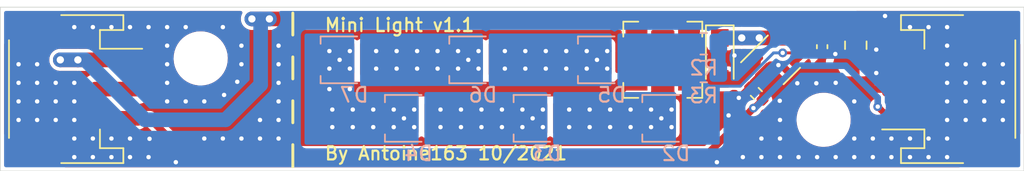
<source format=kicad_pcb>
(kicad_pcb (version 20211014) (generator pcbnew)
  (title_block (title "Mini Light") (date "2021-10-08") (rev "v1.1") (company "Antoine163"))
  (layers (0 "F.Cu" signal) (31 "B.Cu" signal) (34 "B.Paste" user) (35 "F.Paste" user) (37 "F.SilkS" user "F.Silkscreen") (38 "B.Mask" user) (39 "F.Mask" user) (44 "Edge.Cuts" user))
  (net 0 "")
  (net 1 "+12V")
  (net 2 "GND")
  (net 3 "Net-(D1-Pad2)")
  (net 4 "Net-(D2-Pad1)")
  (net 5 "Net-(D3-Pad1)")
  (net 6 "Net-(D2-Pad2)")
  (net 7 "Net-(D5-Pad1)")
  (net 8 "Net-(D6-Pad1)")
  (net 9 "Ctrl")
  (net 10 "Net-(D4-Pad1)")
  (footprint "Resistor_SMD:R_0402_1005Metric_Pad0.72x0.64mm_HandSolder" (layer "F.Cu") (at 136.8 100.3 -45)
    (fp_text reference "R1" hide)
    (fp_text value "470K")
    (fp_line (start -0.167621 0.38) (end 0.167621 0.38) (layer "F.SilkS") (width 0.12))
    (fp_line (start -0.167621 -0.38) (end 0.167621 -0.38) (layer "F.SilkS") (width 0.12))
    (pad "1" smd roundrect locked (at -0.5975 0 315) (size 0.715 0.64) (layers "F.Cu" "F.Paste" "F.Mask") (net 2 "GND"))
    (pad "2" smd roundrect locked (at 0.5975 0 315) (size 0.715 0.64) (layers "F.Cu" "F.Paste" "F.Mask") (net 9 "Ctrl"))
  )
  (footprint "Package_TO_SOT_SMD:TSOT-23-5" (layer "F.Cu") (at 138.123915 98 45)
    (fp_text reference "U1" hide)
    (fp_text value "AL8860WT-7")
    (fp_line (start 0 1.56) (end 0.8 1.56) (layer "F.SilkS") (width 0.12))
    (fp_line (start 0 1.56) (end -0.8 1.56) (layer "F.SilkS") (width 0.12))
    (fp_line (start 0 -1.56) (end -1.8 -1.56) (layer "F.SilkS") (width 0.12))
    (fp_line (start 0 -1.56) (end 0.8 -1.56) (layer "F.SilkS") (width 0.12))
    (pad "1" smd roundrect locked (at -1.1375 -0.95 45) (size 1.325 0.6) (layers "F.Cu" "F.Paste" "F.Mask") (net 3 "Net-(D1-Pad2)"))
    (pad "2" smd roundrect locked (at -1.1375 0 45) (size 1.325 0.6) (layers "F.Cu" "F.Paste" "F.Mask") (net 2 "GND"))
    (pad "3" smd roundrect locked (at -1.1375 0.95 45) (size 1.325 0.6) (layers "F.Cu" "F.Paste" "F.Mask") (net 9 "Ctrl"))
    (pad "4" smd roundrect locked (at 1.1375 0.95 45) (size 1.325 0.6) (layers "F.Cu" "F.Paste" "F.Mask") (net 6 "Net-(D2-Pad2)"))
    (pad "5" smd roundrect locked (at 1.1375 -0.95 45) (size 1.325 0.6) (layers "F.Cu" "F.Paste" "F.Mask") (net 1 "+12V"))
  )
  (footprint "MountingHole:MountingHole_3.2mm_M3" (layer "F.Cu") (at 141.4 102.1)
    (fp_text reference "H1" hide)
    (fp_text value "MountingHole")
    (pad "" np_thru_hole circle locked (at 0 0) (size 3.2 3.2) (drill 3.2) (layers *.Cu *.Mask))
  )
  (footprint "Diode_SMD:Nexperia_CFP3_SOD-123W" (layer "F.Cu") (at 134.3 97.9 -90)
    (fp_text reference "D1" hide)
    (fp_text value "PMEG40T10ERX")
    (fp_line (start -2.26 -0.95) (end 1.4 -0.95) (layer "F.SilkS") (width 0.12))
    (fp_line (start -2.26 -0.95) (end -2.26 0.95) (layer "F.SilkS") (width 0.12))
    (fp_line (start -2.26 0.95) (end 1.4 0.95) (layer "F.SilkS") (width 0.12))
    (pad "1" smd rect locked (at -1.4 0 270) (size 1.2 1.2) (layers "F.Cu" "F.Paste" "F.Mask") (net 1 "+12V"))
    (pad "2" smd rect locked (at 1.4 0 270) (size 1.2 1.2) (layers "F.Cu" "F.Paste" "F.Mask") (net 3 "Net-(D1-Pad2)"))
  )
  (footprint "Connector_JST:JST_PH_S3B-PH-SM4-TB_1x03-1MP_P2.00mm_Horizontal" (layer "F.Cu") (at 150 100 90)
    (fp_text reference "J1" hide)
    (fp_text value "Conn_01x03_MountingPin")
    (fp_line (start 4.04 -1.71) (end 2.76 -1.71) (layer "F.SilkS") (width 0.12))
    (fp_line (start -4.04 -3.31) (end -4.04 -1.71) (layer "F.SilkS") (width 0.12))
    (fp_line (start 4.04 -3.31) (end 4.04 -1.71) (layer "F.SilkS") (width 0.12))
    (fp_line (start -3.34 4.51) (end 3.34 4.51) (layer "F.SilkS") (width 0.12))
    (fp_line (start -5.06 -3.31) (end -4.04 -3.31) (layer "F.SilkS") (width 0.12))
    (fp_line (start 5.06 0.94) (end 5.06 -3.31) (layer "F.SilkS") (width 0.12))
    (fp_line (start -2.76 -1.71) (end -2.76 -4.6) (layer "F.SilkS") (width 0.12))
    (fp_line (start -5.06 0.94) (end -5.06 -3.31) (layer "F.SilkS") (width 0.12))
    (fp_line (start 5.06 -3.31) (end 4.04 -3.31) (layer "F.SilkS") (width 0.12))
    (fp_line (start -4.04 -1.71) (end -2.76 -1.71) (layer "F.SilkS") (width 0.12))
    (pad "1" smd roundrect locked (at -2 -2.85 90) (size 1 3.5) (layers "F.Cu" "F.Paste" "F.Mask") (net 9 "Ctrl"))
    (pad "2" smd roundrect locked (at 0 -2.85 90) (size 1 3.5) (layers "F.Cu" "F.Paste" "F.Mask") (net 2 "GND"))
    (pad "3" smd roundrect locked (at 2 -2.85 90) (size 1 3.5) (layers "F.Cu" "F.Paste" "F.Mask") (net 1 "+12V"))
    (pad "MP" smd roundrect locked (at -4.35 2.9 90) (size 1.5 3.4) (layers "F.Cu" "F.Paste" "F.Mask") (roundrect_rratio 0.1666673333) (net 2 "GND"))
    (pad "MP" smd roundrect locked (at 4.35 2.9 90) (size 1.5 3.4) (layers "F.Cu" "F.Paste" "F.Mask") (roundrect_rratio 0.1666673333) (net 2 "GND"))
  )
  (footprint "AM163:L_Bourns-SRN5040" (layer "F.Cu") (at 130.4 98)
    (fp_text reference "L1" hide)
    (fp_text value "68uH")
    (fp_line (start -2.7 2.6) (end -2.7 1.575) (layer "F.SilkS") (width 0.12))
    (fp_line (start 2.7 2.6) (end 1.675 2.6) (layer "F.SilkS") (width 0.12))
    (fp_line (start -2.7 -2.6125) (end -1.675 -2.6125) (layer "F.SilkS") (width 0.12))
    (fp_line (start 2.7 -2.6125) (end 1.675 -2.6125) (layer "F.SilkS") (width 0.12))
    (fp_line (start 2.7 -2.6125) (end 2.7 -1.5875) (layer "F.SilkS") (width 0.12))
    (fp_line (start -2.7 2.6) (end -1.675 2.6) (layer "F.SilkS") (width 0.12))
    (fp_line (start -2.7 -2.6125) (end -2.7 -1.5875) (layer "F.SilkS") (width 0.12))
    (fp_line (start 2.7 2.6) (end 2.7 1.575) (layer "F.SilkS") (width 0.12))
    (pad "1" smd rect (at -1.8 0) (size 1.5 4.2) (layers "F.Cu" "F.Paste" "F.Mask") (net 10 "Net-(D4-Pad1)"))
    (pad "2" smd rect (at 1.8 0) (size 1.5 4.2) (layers "F.Cu" "F.Paste" "F.Mask") (net 3 "Net-(D1-Pad2)"))
  )
  (footprint "Capacitor_SMD:C_0402_1005Metric_Pad0.74x0.62mm_HandSolder" (layer "F.Cu") (at 141.3 97.1 -90)
    (fp_text reference "C2" hide)
    (fp_text value "100nF")
    (fp_line (start -0.115835 0.36) (end 0.115835 0.36) (layer "F.SilkS") (width 0.12))
    (fp_line (start -0.115835 -0.36) (end 0.115835 -0.36) (layer "F.SilkS") (width 0.12))
    (pad "1" smd roundrect locked (at -0.5675 0 270) (size 0.735 0.62) (layers "F.Cu" "F.Paste" "F.Mask") (net 1 "+12V"))
    (pad "2" smd roundrect locked (at 0.5675 0 270) (size 0.735 0.62) (layers "F.Cu" "F.Paste" "F.Mask") (net 2 "GND"))
  )
  (footprint "Capacitor_SMD:C_0805_2012Metric_Pad1.18x1.45mm_HandSolder" (layer "F.Cu") (at 143.6 97 -90)
    (fp_text reference "C1" hide)
    (fp_text value "10uF")
    (fp_line (start -0.261252 -0.735) (end 0.261252 -0.735) (layer "F.SilkS") (width 0.12))
    (fp_line (start -0.261252 0.735) (end 0.261252 0.735) (layer "F.SilkS") (width 0.12))
    (pad "1" smd roundrect locked (at -1.0375 0 270) (size 1.175 1.45) (layers "F.Cu" "F.Paste" "F.Mask") (roundrect_rratio 0.2127659574) (net 1 "+12V"))
    (pad "2" smd roundrect locked (at 1.0375 0 270) (size 1.175 1.45) (layers "F.Cu" "F.Paste" "F.Mask") (roundrect_rratio 0.2127659574) (net 2 "GND"))
  )
  (footprint "Connector_JST:JST_PH_S3B-PH-SM4-TB_1x03-1MP_P2.00mm_Horizontal" (layer "F.Cu") (at 90.2 100 -90)
    (fp_text reference "J2" hide)
    (fp_text value "Conn_01x03_MountingPin")
    (fp_line (start -5.06 0.94) (end -5.06 -3.31) (layer "F.SilkS") (width 0.12))
    (fp_line (start 5.06 -3.31) (end 4.04 -3.31) (layer "F.SilkS") (width 0.12))
    (fp_line (start 4.04 -3.31) (end 4.04 -1.71) (layer "F.SilkS") (width 0.12))
    (fp_line (start 5.06 0.94) (end 5.06 -3.31) (layer "F.SilkS") (width 0.12))
    (fp_line (start -3.34 4.51) (end 3.34 4.51) (layer "F.SilkS") (width 0.12))
    (fp_line (start -4.04 -3.31) (end -4.04 -1.71) (layer "F.SilkS") (width 0.12))
    (fp_line (start 4.04 -1.71) (end 2.76 -1.71) (layer "F.SilkS") (width 0.12))
    (fp_line (start -2.76 -1.71) (end -2.76 -4.6) (layer "F.SilkS") (width 0.12))
    (fp_line (start -5.06 -3.31) (end -4.04 -3.31) (layer "F.SilkS") (width 0.12))
    (fp_line (start -4.04 -1.71) (end -2.76 -1.71) (layer "F.SilkS") (width 0.12))
    (pad "1" smd roundrect locked (at -2 -2.85 270) (size 1 3.5) (layers "F.Cu" "F.Paste" "F.Mask") (net 1 "+12V"))
    (pad "2" smd roundrect locked (at 0 -2.85 270) (size 1 3.5) (layers "F.Cu" "F.Paste" "F.Mask") (net 2 "GND"))
    (pad "3" smd roundrect locked (at 2 -2.85 270) (size 1 3.5) (layers "F.Cu" "F.Paste" "F.Mask") (net 9 "Ctrl"))
    (pad "MP" smd roundrect locked (at 4.35 2.9 270) (size 1.5 3.4) (layers "F.Cu" "F.Paste" "F.Mask") (roundrect_rratio 0.1666673333) (net 2 "GND"))
    (pad "MP" smd roundrect locked (at -4.35 2.9 270) (size 1.5 3.4) (layers "F.Cu" "F.Paste" "F.Mask") (roundrect_rratio 0.1666673333) (net 2 "GND"))
  )
  (footprint "MountingHole:MountingHole_3.2mm_M3" (layer "F.Cu") (at 98.8 97.9)
    (fp_text reference "H2" hide)
    (fp_text value "MountingHole")
    (pad "" np_thru_hole circle locked (at 0 0) (size 3.2 3.2) (drill 3.2) (layers *.Cu *.Mask))
  )
  (footprint "Resistor_SMD:R_0805_2012Metric_Pad1.20x1.40mm_HandSolder" (layer "B.Cu") (at 133.2 96.9)
    (fp_text reference "R2" (at 0 1.65) (layer "B.SilkS") (effects (justify mirror)))
    (fp_text value "1R")
    (fp_line (start -0.227064 0.735) (end 0.227064 0.735) (layer "B.SilkS") (width 0.12))
    (fp_line (start -0.227064 -0.735) (end 0.227064 -0.735) (layer "B.SilkS") (width 0.12))
    (pad "1" smd roundrect locked (at -1 0) (size 1.2 1.4) (layers "B.Cu" "B.Paste" "B.Mask") (roundrect_rratio 0.2083333333) (net 6 "Net-(D2-Pad2)"))
    (pad "2" smd roundrect locked (at 1 0) (size 1.2 1.4) (layers "B.Cu" "B.Paste" "B.Mask") (roundrect_rratio 0.2083333333) (net 1 "+12V"))
  )
  (footprint "Resistor_SMD:R_0805_2012Metric_Pad1.20x1.40mm_HandSolder" (layer "B.Cu") (at 133.2 98.8)
    (fp_text reference "R3" (at 0 1.65) (layer "B.SilkS") (effects (justify mirror)))
    (fp_text value "1R")
    (fp_line (start -0.227064 -0.735) (end 0.227064 -0.735) (layer "B.SilkS") (width 0.12))
    (fp_line (start -0.227064 0.735) (end 0.227064 0.735) (layer "B.SilkS") (width 0.12))
    (pad "1" smd roundrect locked (at -1 0) (size 1.2 1.4) (layers "B.Cu" "B.Paste" "B.Mask") (roundrect_rratio 0.2083333333) (net 6 "Net-(D2-Pad2)"))
    (pad "2" smd roundrect locked (at 1 0) (size 1.2 1.4) (layers "B.Cu" "B.Paste" "B.Mask") (roundrect_rratio 0.2083333333) (net 1 "+12V"))
  )
  (footprint "AM163:LED_Cree-JE" (layer "B.Cu") (at 131 102)
    (fp_text reference "D2" (at 0.3 2.4 180) (layer "B.SilkS") (effects (justify mirror)))
    (fp_text value "JE2835 3‑V")
    (fp_line (start 0.5 1.6) (end -2 1.6) (layer "B.SilkS") (width 0.12))
    (fp_line (start -2 1.6) (end -2 1.1) (layer "B.SilkS") (width 0.12))
    (fp_line (start -2 -1.1) (end -2 -1.6) (layer "B.SilkS") (width 0.12))
    (fp_line (start -2 -1.6) (end 0.5 -1.6) (layer "B.SilkS") (width 0.12))
    (pad "1" smd rect (at -0.73 0) (size 1.65 1.44) (layers "B.Cu" "B.Paste") (net 4 "Net-(D2-Pad1)"))
    (pad "1" smd rect (at -0.73 0) (size 2.06 1.8) (layers "B.Cu" "B.Mask") (net 4 "Net-(D2-Pad1)"))
    (pad "2" smd rect (at 1.25 0) (size 0.79 1.44) (layers "B.Cu" "B.Paste") (net 6 "Net-(D2-Pad2)"))
    (pad "2" smd rect (at 1.75 0) (size 0.6 0.5) (layers "B.Cu" "B.Mask") (net 6 "Net-(D2-Pad2)"))
    (pad "2" smd rect (at 1.25 0) (size 0.99 1.8) (layers "B.Cu" "B.Mask") (net 6 "Net-(D2-Pad2)"))
  )
  (footprint "AM163:LED_Cree-JE" (layer "B.Cu") (at 122.2 102)
    (fp_text reference "D3" (at 0.3 2.4 180) (layer "B.SilkS") (effects (justify mirror)))
    (fp_text value "JE2835 3‑V")
    (fp_line (start 0.5 1.6) (end -2 1.6) (layer "B.SilkS") (width 0.12))
    (fp_line (start -2 -1.6) (end 0.5 -1.6) (layer "B.SilkS") (width 0.12))
    (fp_line (start -2 1.6) (end -2 1.1) (layer "B.SilkS") (width 0.12))
    (fp_line (start -2 -1.1) (end -2 -1.6) (layer "B.SilkS") (width 0.12))
    (pad "1" smd rect (at -0.73 0) (size 1.65 1.44) (layers "B.Cu" "B.Paste") (net 5 "Net-(D3-Pad1)"))
    (pad "1" smd rect (at -0.73 0) (size 2.06 1.8) (layers "B.Cu" "B.Mask") (net 5 "Net-(D3-Pad1)"))
    (pad "2" smd rect (at 1.75 0) (size 0.6 0.5) (layers "B.Cu" "B.Mask") (net 4 "Net-(D2-Pad1)"))
    (pad "2" smd rect (at 1.25 0) (size 0.79 1.44) (layers "B.Cu" "B.Paste") (net 4 "Net-(D2-Pad1)"))
    (pad "2" smd rect (at 1.25 0) (size 0.99 1.8) (layers "B.Cu" "B.Mask") (net 4 "Net-(D2-Pad1)"))
  )
  (footprint "AM163:LED_Cree-JE" (layer "B.Cu") (at 109 98)
    (fp_text reference "D7" (at 0.3 2.4 180) (layer "B.SilkS") (effects (justify mirror)))
    (fp_text value "JE2835 3‑V")
    (fp_line (start 0.5 1.6) (end -2 1.6) (layer "B.SilkS") (width 0.12))
    (fp_line (start -2 -1.6) (end 0.5 -1.6) (layer "B.SilkS") (width 0.12))
    (fp_line (start -2 -1.1) (end -2 -1.6) (layer "B.SilkS") (width 0.12))
    (fp_line (start -2 1.6) (end -2 1.1) (layer "B.SilkS") (width 0.12))
    (pad "1" smd rect (at -0.73 0) (size 2.06 1.8) (layers "B.Cu" "B.Mask") (net 10 "Net-(D4-Pad1)"))
    (pad "1" smd rect (at -0.73 0) (size 1.65 1.44) (layers "B.Cu" "B.Paste") (net 10 "Net-(D4-Pad1)"))
    (pad "2" smd rect (at 1.25 0) (size 0.99 1.8) (layers "B.Cu" "B.Mask") (net 8 "Net-(D6-Pad1)"))
    (pad "2" smd rect (at 1.25 0) (size 0.79 1.44) (layers "B.Cu" "B.Paste") (net 8 "Net-(D6-Pad1)"))
    (pad "2" smd rect (at 1.75 0) (size 0.6 0.5) (layers "B.Cu" "B.Mask") (net 8 "Net-(D6-Pad1)"))
  )
  (footprint "AM163:LED_Cree-JE" (layer "B.Cu") (at 126.6 98)
    (fp_text reference "D5" (at 0.3 2.4 180) (layer "B.SilkS") (effects (justify mirror)))
    (fp_text value "JE2835 3‑V")
    (fp_line (start -2 -1.6) (end 0.5 -1.6) (layer "B.SilkS") (width 0.12))
    (fp_line (start -2 -1.1) (end -2 -1.6) (layer "B.SilkS") (width 0.12))
    (fp_line (start -2 1.6) (end -2 1.1) (layer "B.SilkS") (width 0.12))
    (fp_line (start 0.5 1.6) (end -2 1.6) (layer "B.SilkS") (width 0.12))
    (pad "1" smd rect (at -0.73 0) (size 1.65 1.44) (layers "B.Cu" "B.Paste") (net 7 "Net-(D5-Pad1)"))
    (pad "1" smd rect (at -0.73 0) (size 2.06 1.8) (layers "B.Cu" "B.Mask") (net 7 "Net-(D5-Pad1)"))
    (pad "2" smd rect (at 1.25 0) (size 0.79 1.44) (layers "B.Cu" "B.Paste") (net 6 "Net-(D2-Pad2)"))
    (pad "2" smd rect (at 1.25 0) (size 0.99 1.8) (layers "B.Cu" "B.Mask") (net 6 "Net-(D2-Pad2)"))
    (pad "2" smd rect (at 1.75 0) (size 0.6 0.5) (layers "B.Cu" "B.Mask") (net 6 "Net-(D2-Pad2)"))
  )
  (footprint "AM163:LED_Cree-JE" (layer "B.Cu") (at 117.8 98)
    (fp_text reference "D6" (at 0.3 2.4 180) (layer "B.SilkS") (effects (justify mirror)))
    (fp_text value "JE2835 3‑V")
    (fp_line (start 0.5 1.6) (end -2 1.6) (layer "B.SilkS") (width 0.12))
    (fp_line (start -2 -1.6) (end 0.5 -1.6) (layer "B.SilkS") (width 0.12))
    (fp_line (start -2 -1.1) (end -2 -1.6) (layer "B.SilkS") (width 0.12))
    (fp_line (start -2 1.6) (end -2 1.1) (layer "B.SilkS") (width 0.12))
    (pad "1" smd rect (at -0.73 0) (size 1.65 1.44) (layers "B.Cu" "B.Paste") (net 8 "Net-(D6-Pad1)"))
    (pad "1" smd rect (at -0.73 0) (size 2.06 1.8) (layers "B.Cu" "B.Mask") (net 8 "Net-(D6-Pad1)"))
    (pad "2" smd rect (at 1.75 0) (size 0.6 0.5) (layers "B.Cu" "B.Mask") (net 7 "Net-(D5-Pad1)"))
    (pad "2" smd rect (at 1.25 0) (size 0.99 1.8) (layers "B.Cu" "B.Mask") (net 7 "Net-(D5-Pad1)"))
    (pad "2" smd rect (at 1.25 0) (size 0.79 1.44) (layers "B.Cu" "B.Paste") (net 7 "Net-(D5-Pad1)"))
  )
  (footprint "AM163:LED_Cree-JE" (layer "B.Cu") (at 113.4 102)
    (fp_text reference "D4" (at 0.3 2.4 180) (layer "B.SilkS") (effects (justify mirror)))
    (fp_text value "JE2835 3‑V")
    (fp_line (start 0.5 1.6) (end -2 1.6) (layer "B.SilkS") (width 0.12))
    (fp_line (start -2 -1.1) (end -2 -1.6) (layer "B.SilkS") (width 0.12))
    (fp_line (start -2 1.6) (end -2 1.1) (layer "B.SilkS") (width 0.12))
    (fp_line (start -2 -1.6) (end 0.5 -1.6) (layer "B.SilkS") (width 0.12))
    (pad "1" smd rect (at -0.73 0) (size 2.06 1.8) (layers "B.Cu" "B.Mask") (net 10 "Net-(D4-Pad1)"))
    (pad "1" smd rect (at -0.73 0) (size 1.65 1.44) (layers "B.Cu" "B.Paste") (net 10 "Net-(D4-Pad1)"))
    (pad "2" smd rect (at 1.75 0) (size 0.6 0.5) (layers "B.Cu" "B.Mask") (net 5 "Net-(D3-Pad1)"))
    (pad "2" smd rect (at 1.25 0) (size 0.79 1.44) (layers "B.Cu" "B.Paste") (net 5 "Net-(D3-Pad1)"))
    (pad "2" smd rect (at 1.25 0) (size 0.99 1.8) (layers "B.Cu" "B.Mask") (net 5 "Net-(D3-Pad1)"))
  )
  (gr_line (start 105.1 103.8) (end 105.1 105.3) (layer "F.SilkS") (width 0.2))
  (gr_line (start 105.1 97.8) (end 105.1 99.3) (layer "F.SilkS") (width 0.2))
  (gr_line (start 105.1 94.8) (end 105.1 96.3) (layer "F.SilkS") (width 0.2))
  (gr_line (start 105.1 100.8) (end 105.1 102.3) (layer "F.SilkS") (width 0.2))
  (gr_line (start 155.1 94.4) (end 155.1 105.6) (layer "Edge.Cuts") (width 0.05))
  (gr_line (start 85.1 105.6) (end 85.1 94.4) (layer "Edge.Cuts") (width 0.05))
  (gr_line (start 155.1 105.6) (end 85.1 105.6) (layer "Edge.Cuts") (width 0.05))
  (gr_line (start 155.1 94.4) (end 85.1 94.4) (layer "Edge.Cuts") (width 0.05))
  (gr_text "By Antoine163 10/2021" (at 107.2 104.4) (layer "F.SilkS") (effects (font (size 0.9 0.9) (thickness 0.153)) (justify left)))
  (gr_text "\nMini Light v1.1" (at 107.2 94.9) (layer "F.SilkS") (effects (font (size 0.9 0.9) (thickness 0.153)) (justify left)))
  (segment (start 142.8375 95.2) (end 103.5 95.2) (width 1) (layer "F.Cu") (net 1))
  (segment (start 135.8 96.5) (end 137 96.5) (width 1) (layer "F.Cu") (net 1))
  (segment (start 90.4 98) (end 89.2 98) (width 1) (layer "F.Cu") (net 1))
  (segment (start 145.1125 95.9625) (end 147.15 98) (width 1) (layer "F.Cu") (net 1))
  (segment (start 93.05 98) (end 90.4 98) (width 1) (layer "F.Cu") (net 1))
  (segment (start 143.038585 96.523915) (end 143.6 95.9625) (width 1) (layer "F.Cu") (net 1))
  (segment (start 134.4 96.5) (end 135.8 96.5) (width 1) (layer "F.Cu") (net 1))
  (segment (start 137 96.5) (end 138.308668 96.5) (width 1) (layer "F.Cu") (net 1))
  (segment (start 103.5 95.2) (end 102.3 95.2) (width 1) (layer "F.Cu") (net 1))
  (segment (start 143.6 95.9625) (end 142.8375 95.2) (width 1) (layer "F.Cu") (net 1))
  (segment (start 143.6 95.9625) (end 145.1125 95.9625) (width 1) (layer "F.Cu") (net 1))
  (segment (start 138.256498 96.523915) (end 143.038585 96.523915) (width 1) (layer "F.Cu") (net 1))
  (via (at 135.8 96.5) (size 1) (drill 0.5) (layers "F.Cu" "B.Cu") (net 1))
  (via (at 137 96.5) (size 1) (drill 0.5) (layers "F.Cu" "B.Cu") (net 1))
  (via (at 102.3 95.2) (size 1) (drill 0.5) (layers "F.Cu" "B.Cu") (net 1))
  (via (at 103.5 95.2) (size 1) (drill 0.5) (layers "F.Cu" "B.Cu") (net 1))
  (via (at 89.2 98) (size 1) (drill 0.5) (layers "F.Cu" "B.Cu") (net 1))
  (via (at 90.4 98) (size 1) (drill 0.5) (layers "F.Cu" "B.Cu") (net 1))
  (segment (start 100.5 102.1) (end 102.9 99.7) (width 1) (layer "B.Cu") (net 1))
  (segment (start 95 102.1) (end 100.5 102.1) (width 1) (layer "B.Cu") (net 1))
  (segment (start 102.3 95.2) (end 103.5 95.2) (width 1) (layer "B.Cu") (net 1))
  (segment (start 90.9 98) (end 95 102.1) (width 1) (layer "B.Cu") (net 1))
  (segment (start 102.9 99.7) (end 102.9 95.2) (width 1) (layer "B.Cu") (net 1))
  (segment (start 134.2 96.9) (end 134.6 96.5) (width 1) (layer "B.Cu") (net 1))
  (segment (start 89.2 98) (end 90.9 98) (width 1) (layer "B.Cu") (net 1))
  (segment (start 134.6 96.5) (end 137 96.5) (width 1) (layer "B.Cu") (net 1))
  (segment (start 134.2 98.8) (end 134.2 96.9) (width 1) (layer "B.Cu") (net 1))
  (segment (start 138.518706 98.358757) (end 139.098283 98.938334) (width 0.5) (layer "F.Cu") (net 2))
  (segment (start 141.3 98) (end 141.3 97.6675) (width 0.5) (layer "F.Cu") (net 2))
  (segment (start 138.307264 98.358757) (end 138.518706 98.358757) (width 0.5) (layer "F.Cu") (net 2))
  (segment (start 137.319581 98.804334) (end 137.765158 98.358757) (width 0.5) (layer "F.Cu") (net 2))
  (segment (start 140.361666 98.938334) (end 141.3 98) (width 0.5) (layer "F.Cu") (net 2))
  (segment (start 137.765158 98.358757) (end 138.307264 98.358757) (width 0.5) (layer "F.Cu") (net 2))
  (segment (start 139.098283 98.938334) (end 140.361666 98.938334) (width 0.5) (layer "F.Cu") (net 2))
  (via (at 90.155 104.6515) (size 0.6) (drill 0.3) (layers "F.Cu" "B.Cu") (net 2))
  (via (at 100.315 103.3815) (size 0.6) (drill 0.3) (layers "F.Cu" "B.Cu") (net 2))
  (via (at 104.125 102.1115) (size 0.6) (drill 0.3) (layers "F.Cu" "B.Cu") (net 2))
  (via (at 137.145 104.6515) (size 0.6) (drill 0.3) (layers "F.Cu" "B.Cu") (net 2))
  (via (at 92.695 95.7615) (size 0.6) (drill 0.3) (layers "F.Cu" "B.Cu") (net 2))
  (via (at 104.125 103.3815) (size 0.6) (drill 0.3) (layers "F.Cu" "B.Cu") (net 2))
  (via (at 138.415 103.3815) (size 0.6) (drill 0.3) (layers "F.Cu" "B.Cu") (net 2))
  (via (at 149.845 95.7615) (size 0.6) (drill 0.3) (layers "F.Cu" "B.Cu") (net 2))
  (via (at 90.155 100.8415) (size 0.6) (drill 0.3) (layers "F.Cu" "B.Cu") (net 2))
  (via (at 92.695 103.3815) (size 0.6) (drill 0.3) (layers "F.Cu" "B.Cu") (net 2))
  (via (at 153.655 98.3015) (size 0.6) (drill 0.3) (layers "F.Cu" "B.Cu") (net 2))
  (via (at 149.845 99.5715) (size 0.6) (drill 0.3) (layers "F.Cu" "B.Cu") (net 2))
  (via (at 87.615 102.1115) (size 0.6) (drill 0.3) (layers "F.Cu" "B.Cu") (net 2))
  (via (at 99.045 100.8415) (size 0.6) (drill 0.3) (layers "F.Cu" "B.Cu") (net 2))
  (via (at 100.4 100.4) (size 0.6) (drill 0.3) (layers "F.Cu" "B.Cu") (net 2))
  (via (at 137.145 103.3815) (size 0.6) (drill 0.3) (layers "F.Cu" "B.Cu") (net 2))
  (via (at 142.225 104.6515) (size 0.6) (drill 0.3) (layers "F.Cu" "B.Cu") (net 2))
  (via (at 145 97.3) (size 0.6) (drill 0.3) (layers "F.Cu" "B.Cu") (net 2))
  (via (at 93.965 95.7615) (size 0.6) (drill 0.3) (layers "F.Cu" "B.Cu") (net 2))
  (via (at 104.125 97.0315) (size 0.6) (drill 0.3) (layers "F.Cu" "B.Cu") (net 2))
  (via (at 138.415 102.1115) (size 0.6) (drill 0.3) (layers "F.Cu" "B.Cu") (net 2))
  (via (at 148.575 104.6515) (size 0.6) (drill 0.3) (layers "F.Cu" "B.Cu") (net 2))
  (via (at 100.315 95.7615) (size 0.6) (drill 0.3) (layers "F.Cu" "B.Cu") (net 2))
  (via (at 147.305 95.7615) (size 0.6) (drill 0.3) (layers "F.Cu" "B.Cu") (net 2))
  (via (at 152.385 100.8415) (size 0.6) (drill 0.3) (layers "F.Cu" "B.Cu") (net 2))
  (via (at 149.845 98.3015) (size 0.6) (drill 0.3) (layers "F.Cu" "B.Cu") (net 2))
  (via (at 104.125 99.5715) (size 0.6) (drill 0.3) (layers "F.Cu" "B.Cu") (net 2))
  (via (at 153.655 99.5715) (size 0.6) (drill 0.3) (layers "F.Cu" "B.Cu") (net 2))
  (via (at 138.4 100.8) (size 0.6) (drill 0.3) (layers "F.Cu" "B.Cu") (net 2))
  (via (at 151.115 102.1115) (size 0.6) (drill 0.3) (layers "F.Cu" "B.Cu") (net 2))
  (via (at 149.845 102.1115) (size 0.6) (drill 0.3) (layers "F.Cu" "B.Cu") (net 2))
  (via (at 152.385 102.1115) (size 0.6) (drill 0.3) (layers "F.Cu" "B.Cu") (net 2))
  (via (at 90.155 103.3815) (size 0.6) (drill 0.3) (layers "F.Cu" "B.Cu") (net 2))
  (via (at 86.345 99.5715) (size 0.6) (drill 0.3) (layers "F.Cu" "B.Cu") (net 2))
  (via (at 104.125 98.3015) (size 0.6) (drill 0.3) (layers "F.Cu" "B.Cu") (net 2))
  (via (at 91.425 95.7615) (size 0.6) (drill 0.3) (layers "F.Cu" "B.Cu") (net 2))
  (via (at 146.035 103.3815) (size 0.6) (drill 0.3) (layers "F.Cu" "B.Cu") (net 2))
  (via (at 87.615 100.8415) (size 0.6) (drill 0.3) (layers "F.Cu" "B.Cu") (net 2))
  (via (at 148.575 103.3815) (size 0.6) (drill 0.3) (layers "F.Cu" "B.Cu") (net 2))
  (via (at 95.235 104.6515) (size 0.6) (drill 0.3) (layers "F.Cu" "B.Cu") (net 2))
  (via (at 101.585 103.3815) (size 0.6) (drill 0.3) (layers "F.Cu" "B.Cu") (net 2))
  (via (at 143.495 100.8415) (size 0.6) (drill 0.3) (layers "F.Cu" "B.Cu") (net 2))
  (via (at 140.9 99.6) (size 0.6) (drill 0.3) (layers "F.Cu" "B.Cu") (net 2))
  (via (at 96.505 95.7615) (size 0.6) (drill 0.3) (layers "F.Cu" "B.Cu") (net 2))
  (via (at 96.505 99.5715) (size 0.6) (drill 0.3) (layers "F.Cu" "B.Cu") (net 2))
  (via (at 145 98.9) (size 0.6) (drill 0.3) (layers "F.Cu" "B.Cu") (net 2))
  (via (at 97.775 100.8415) (size 0.6) (drill 0.3) (layers "F.Cu" "B.Cu") (net 2))
  (via (at 152.385 98.3015) (size 0.6) (drill 0.3) (layers "F.Cu" "B.Cu") (net 2))
  (via (at 95.235 95.7615) (size 0.6) (drill 0.3) (layers "F.Cu" "B.Cu") (net 2))
  (via (at 97.775 95.7615) (size 0.6) (drill 0.3) (layers "F.Cu" "B.Cu") (net 2))
  (via (at 153.655 100.8415) (size 0.6) (drill 0.3) (layers "F.Cu" "B.Cu") (net 2))
  (via (at 143.495 103.3815) (size 0.6) (drill 0.3) (layers "F.Cu" "B.Cu") (net 2))
  (via (at 86.345 100.8415) (size 0.6) (drill 0.3) (layers "F.Cu" "B.Cu") (net 2))
  (via (at 152.385 99.5715) (size 0.6) (drill 0.3) (layers "F.Cu" "B.Cu") (net 2))
  (via (at 144.765 103.3815) (size 0.6) (drill 0.3) (layers "F.Cu" "B.Cu") (net 2))
  (via (at 92.695 104.6515) (size 0.6) (drill 0.3) (layers "F.Cu" "B.Cu") (net 2))
  (via (at 95.3 103.4) (size 0.6) (drill 0.3) (layers "F.Cu" "B.Cu") (net 2))
  (via (at 144.765 104.6515) (size 0.6) (drill 0.3) (layers "F.Cu" "B.Cu") (net 2))
  (via (at 102.855 102.1115) (size 0.6) (drill 0.3) (layers "F.Cu" "B.Cu") (net 2))
  (via (at 149.845 100.8415) (size 0.6) (drill 0.3) (layers "F.Cu" "B.Cu") (net 2))
  (via (at 86.345 98.3015) (size 0.6) (drill 0.3) (layers "F.Cu" "B.Cu") (net 2))
  (via (at 104.125 100.8415) (size 0.6) (drill 0.3) (layers "F.Cu" "B.Cu") (net 2))
  (via (at 140.955 104.6515) (size 0.6) (drill 0.3) (layers "F.Cu" "B.Cu") (net 2))
  (via (at 142.2 97.6) (size 0.6) (drill 0.3) (layers "F.Cu" "B.Cu") (net 2))
  (via (at 134.1 105) (size 0.6) (drill 0.3) (layers "F.Cu" "B.Cu") (net 2))
  (via (at 102.855 103.3815) (size 0.6) (drill 0.3) (layers "F.Cu" "B.Cu") (net 2))
  (via (at 96.505 98.3015) (size 0.6) (drill 0.3) (layers "F.Cu" "B.Cu") (net 2))
  (via (at 135.875 104.6515) (size 0.6) (drill 0.3) (layers "F.Cu" "B.Cu") (net 2))
  (via (at 90.155 99.5715) (size 0.6) (drill 0.3) (layers "F.Cu" "B.Cu") (net 2))
  (via (at 134.9 101.8) (size 0.6) (drill 0.3) (layers "F.Cu" "B.Cu") (net 2))
  (via (at 87.615 98.3015) (size 0.6) (drill 0.3) (layers "F.Cu" "B.Cu") (net 2))
  (via (at 97.1 105) (size 0.6) (drill 0.3) (layers "F.Cu" "B.Cu") (net 2))
  (via (at 88.885 99.5715) (size 0.6) (drill 0.3) (layers "F.Cu" "B.Cu") (net 2))
  (via (at 101.585 98.3015) (size 0.6) (drill 0.3) (layers "F.Cu" "B.Cu") (net 2))
  (via (at 145.6 95) (size 0.6) (drill 0.3) (layers "F.Cu" "B.Cu") (net 2))
  (via (at 149.845 97.0315) (size 0.6) (drill 0.3) (layers "F.Cu" "B.Cu") (net 2))
  (via (at 88.885 100.8415) (size 0.6) (drill 0.3) (layers "F.Cu" "B.Cu") (net 2))
  (via (at 151.115 98.3015) (size 0.6) (drill 0.3) (layers "F.Cu" "B.Cu") (net 2))
  (via (at 147.305 103.3815) (size 0.6) (drill 0.3) (layers "F.Cu" "B.Cu") (net 2))
  (via (at 93.965 103.3815) (size 0.6) (drill 0.3) (layers "F.Cu" "B.Cu") (net 2))
  (via (at 88.885 102.1115) (size 0.6) (drill 0.3) (layers "F.Cu" "B.Cu") (net 2))
  (via (at 93.965 104.6515) (size 0.6) (drill 0.3) (layers "F.Cu" "B.Cu") (net 2))
  (via (at 148.575 95.7615) (size 0.6) (drill 0.3) (layers "F.Cu" "B.Cu") (net 2))
  (via (at 87.615 99.5715) (size 0.6) (drill 0.3) (layers "F.Cu" "B.Cu") (net 2))
  (via (at 96.505 100.8415) (size 0.6) (drill 0.3) (layers "F.Cu" "B.Cu") (net 2))
  (via (at 91.425 103.3815) (size 0.6) (drill 0.3) (layers "F.Cu" "B.Cu") (net 2))
  (via (at 101.585 97.0315) (size 0.6) (drill 0.3) (layers "F.Cu" "B.Cu") (net 2))
  (via (at 151.115 100.8415) (size 0.6) (drill 0.3) (layers "F.Cu" "B.Cu") (net 2))
  (via (at 146.035 104.6515) (size 0.6) (drill 0.3) (layers "F.Cu" "B.Cu") (net 2))
  (via (at 138.307264 98.358757) (size 0.6) (drill 0.3) (layers "F.Cu" "B.Cu") (net 2))
  (via (at 138.415 104.6515) (size 0.6) (drill 0.3) (layers "F.Cu" "B.Cu") (net 2))
  (via (at 101.3 99.5) (size 0.6) (drill 0.3) (layers "F.Cu" "B.Cu") (net 2))
  (via (at 151.115 99.5715) (size 0.6) (drill 0.3) (layers "F.Cu" "B.Cu") (net 2))
  (via (at 149.845 104.6515) (size 0.6) (drill 0.3) (layers "F.Cu" "B.Cu") (net 2))
  (via (at 90.155 95.7615) (size 0.6) (drill 0.3) (layers "F.Cu" "B.Cu") (net 2))
  (via (at 139.6 99.6) (size 0.6) (drill 0.3) (layers "F.Cu" "B.Cu") (net 2))
  (via (at 153.655 102.1115) (size 0.6) (drill 0.3) (layers "F.Cu" "B.Cu") (net 2))
  (via (at 96.505 97.0315) (size 0.6) (drill 0.3) (layers "F.Cu" "B.Cu") (net 2))
  (via (at 142.225 99.5715) (size 0.6) (drill 0.3) (layers "F.Cu" "B.Cu") (net 2))
  (via (at 143.495 104.6515) (size 0.6) (drill 0.3) (layers "F.Cu" "B.Cu") (net 2))
  (via (at 90.155 102.1115) (size 0.6) (drill 0.3) (layers "F.Cu" "B.Cu") (net 2))
  (via (at 149.845 103.3815) (size 0.6) (drill 0.3) (layers "F.Cu" "B.Cu") (net 2))
  (via (at 135.6 100.6) (size 0.6) (drill 0.3) (layers "F.Cu" "B.Cu") (net 2))
  (via (at 139.685 104.6515) (size 0.6) (drill 0.3) (layers "F.Cu" "B.Cu") (net 2))
  (via (at 99.045 103.3815) (size 0.6) (drill 0.3) (layers "F.Cu" "B.Cu") (net 2))
  (via (at 147.305 104.6515) (size 0.6) (drill 0.3) (layers "F.Cu" "B.Cu") (net 2))
  (via (at 91.425 104.6515) (size 0.6) (drill 0.3) (layers "F.Cu" "B.Cu") (net 2))
  (via (at 135.3 97.7) (size 0.6) (drill 0.3) (layers "F.Cu" "B.Cu") (net 2))
  (via (at 86.345 102.1115) (size 0.6) (drill 0.3) (layers "F.Cu" "B.Cu") (net 2))
  (segment (start 134.3 99.3) (end 135.410381 99.3) (width 1) (layer "F.Cu") (net 3))
  (segment (start 135.410381 99.3) (end 136.612814 98.097567) (width 1) (layer "F.Cu") (net 3))
  (segment (start 133.8 99.3) (end 133 99.3) (width 1) (layer "F.Cu") (net 3))
  (via (at 124 101.4) (size 0.6) (drill 0.3) (layers "F.Cu" "B.Cu") (net 4))
  (via (at 125.4 102.6) (size 0.6) (drill 0.3) (layers "F.Cu" "B.Cu") (net 4))
  (via (at 128.2 102.6) (size 0.6) (drill 0.3) (layers "F.Cu" "B.Cu") (net 4))
  (via (at 131 101.4) (size 0.6) (drill 0.3) (layers "F.Cu" "B.Cu") (net 4))
  (via (at 126.8 101.4) (size 0.6) (drill 0.3) (layers "F.Cu" "B.Cu") (net 4))
  (via (at 131 102.6) (size 0.6) (drill 0.3) (layers "F.Cu" "B.Cu") (net 4))
  (via (at 125.4 101.4) (size 0.6) (drill 0.3) (layers "F.Cu" "B.Cu") (net 4))
  (via (at 130.3 102) (size 0.6) (drill 0.3) (layers "F.Cu" "B.Cu") (net 4))
  (via (at 128.2 101.4) (size 0.6) (drill 0.3) (layers "F.Cu" "B.Cu") (net 4))
  (via (at 129.6 102.6) (size 0.6) (drill 0.3) (layers "F.Cu" "B.Cu") (net 4))
  (via (at 124 102.6) (size 0.6) (drill 0.3) (layers "F.Cu" "B.Cu") (net 4))
  (via (at 129.6 101.4) (size 0.6) (drill 0.3) (layers "F.Cu" "B.Cu") (net 4))
  (via (at 126.8 102.6) (size 0.6) (drill 0.3) (layers "F.Cu" "B.Cu") (net 4))
  (via (at 118 102.6) (size 0.6) (drill 0.3) (layers "F.Cu" "B.Cu") (net 5))
  (via (at 122.2 102.6) (size 0.6) (drill 0.3) (layers "F.Cu" "B.Cu") (net 5))
  (via (at 120.8 102.6) (size 0.6) (drill 0.3) (layers "F.Cu" "B.Cu") (net 5))
  (via (at 121.5 102) (size 0.6) (drill 0.3) (layers "F.Cu" "B.Cu") (net 5))
  (via (at 120.8 101.4) (size 0.6) (drill 0.3) (layers "F.Cu" "B.Cu") (net 5))
  (via (at 118 101.4) (size 0.6) (drill 0.3) (layers "F.Cu" "B.Cu") (net 5))
  (via (at 115.2 101.4) (size 0.6) (drill 0.3) (layers "F.Cu" "B.Cu") (net 5))
  (via (at 115.2 102.6) (size 0.6) (drill 0.3) (layers "F.Cu" "B.Cu") (net 5))
  (via (at 116.6 102.6) (size 0.6) (drill 0.3) (layers "F.Cu" "B.Cu") (net 5))
  (via (at 116.6 101.4) (size 0.6) (drill 0.3) (layers "F.Cu" "B.Cu") (net 5))
  (via (at 119.4 102.6) (size 0.6) (drill 0.3) (layers "F.Cu" "B.Cu") (net 5))
  (via (at 122.2 101.4) (size 0.6) (drill 0.3) (layers "F.Cu" "B.Cu") (net 5))
  (via (at 119.4 101.4) (size 0.6) (drill 0.3) (layers "F.Cu" "B.Cu") (net 5))
  (segment (start 139.255998 97.523415) (end 139.6 97.867417) (width 0.2) (layer "F.Cu") (net 6))
  (segment (start 138.6 97.523415) (end 139.255998 97.523415) (width 0.2) (layer "F.Cu") (net 6))
  (via (at 138.6 97.523415) (size 0.6) (drill 0.3) (layers "F.Cu" "B.Cu") (net 6))
  (segment (start 133.19952 99.79952) (end 132.2 98.8) (width 0.2) (layer "B.Cu") (net 6))
  (segment (start 135.70048 99.79952) (end 133.19952 99.79952) (width 0.2) (layer "B.Cu") (net 6))
  (segment (start 138.6 97.523415) (end 137.976585 97.523415) (width 0.2) (layer "B.Cu") (net 6))
  (segment (start 137.976585 97.523415) (end 135.70048 99.79952) (width 0.2) (layer "B.Cu") (net 6))
  (via (at 119.6 98.6) (size 0.6) (drill 0.3) (layers "F.Cu" "B.Cu") (net 7))
  (via (at 126.6 97.4) (size 0.6) (drill 0.3) (layers "F.Cu" "B.Cu") (net 7))
  (via (at 125.9 98) (size 0.6) (drill 0.3) (layers "F.Cu" "B.Cu") (net 7))
  (via (at 123.8 98.6) (size 0.6) (drill 0.3) (layers "F.Cu" "B.Cu") (net 7))
  (via (at 122.4 98.6) (size 0.6) (drill 0.3) (layers "F.Cu" "B.Cu") (net 7))
  (via (at 119.6 97.4) (size 0.6) (drill 0.3) (layers "F.Cu" "B.Cu") (net 7))
  (via (at 122.4 97.4) (size 0.6) (drill 0.3) (layers "F.Cu" "B.Cu") (net 7))
  (via (at 125.2 98.6) (size 0.6) (drill 0.3) (layers "F.Cu" "B.Cu") (net 7))
  (via (at 121 98.6) (size 0.6) (drill 0.3) (layers "F.Cu" "B.Cu") (net 7))
  (via (at 126.6 98.6) (size 0.6) (drill 0.3) (layers "F.Cu" "B.Cu") (net 7))
  (via (at 121 97.4) (size 0.6) (drill 0.3) (layers "F.Cu" "B.Cu") (net 7))
  (via (at 125.2 97.4) (size 0.6) (drill 0.3) (layers "F.Cu" "B.Cu") (net 7))
  (via (at 123.8 97.4) (size 0.6) (drill 0.3) (layers "F.Cu" "B.Cu") (net 7))
  (via (at 117.1 98) (size 0.6) (drill 0.3) (layers "F.Cu" "B.Cu") (net 8))
  (via (at 110.8 97.4) (size 0.6) (drill 0.3) (layers "F.Cu" "B.Cu") (net 8))
  (via (at 110.8 98.6) (size 0.6) (drill 0.3) (layers "F.Cu" "B.Cu") (net 8))
  (via (at 116.4 98.6) (size 0.6) (drill 0.3) (layers "F.Cu" "B.Cu") (net 8))
  (via (at 117.8 97.4) (size 0.6) (drill 0.3) (layers "F.Cu" "B.Cu") (net 8))
  (via (at 115 98.6) (size 0.6) (drill 0.3) (layers "F.Cu" "B.Cu") (net 8))
  (via (at 112.2 97.4) (size 0.6) (drill 0.3) (layers "F.Cu" "B.Cu") (net 8))
  (via (at 112.2 98.6) (size 0.6) (drill 0.3) (layers "F.Cu" "B.Cu") (net 8))
  (via (at 113.6 97.4) (size 0.6) (drill 0.3) (layers "F.Cu" "B.Cu") (net 8))
  (via (at 113.6 98.6) (size 0.6) (drill 0.3) (layers "F.Cu" "B.Cu") (net 8))
  (via (at 117.8 98.6) (size 0.6) (drill 0.3) (layers "F.Cu" "B.Cu") (net 8))
  (via (at 115 97.4) (size 0.6) (drill 0.3) (layers "F.Cu" "B.Cu") (net 8))
  (via (at 116.4 97.4) (size 0.6) (drill 0.3) (layers "F.Cu" "B.Cu") (net 8))
  (segment (start 95.3 102) (end 93.05 102) (width 0.5) (layer "F.Cu") (net 9))
  (segment (start 145.1 101.2) (end 145.9 102) (width 0.45) (layer "F.Cu") (net 9))
  (segment (start 136.644992 101.3) (end 137.222496 100.722496) (width 0.45) (layer "F.Cu") (net 9))
  (segment (start 136.6 101.3) (end 136.644992 101.3) (width 0.45) (layer "F.Cu") (net 9))
  (segment (start 97.70048 104.40048) (end 95.3 102) (width 0.5) (layer "F.Cu") (net 9))
  (segment (start 137.222496 100.722496) (end 137.222496 100.244921) (width 0.45) (layer "F.Cu") (net 9))
  (segment (start 136.6 101.3) (end 133.49952 104.40048) (width 0.5) (layer "F.Cu") (net 9))
  (segment (start 137.222496 100.244921) (end 137.991332 99.476085) (width 0.45) (layer "F.Cu") (net 9))
  (segment (start 133.49952 104.40048) (end 97.70048 104.40048) (width 0.5) (layer "F.Cu") (net 9))
  (via (at 136.6 101.3) (size 0.6) (drill 0.3) (layers "F.Cu" "B.Cu") (net 9))
  (via (at 145.1 101.2) (size 0.6) (drill 0.3) (layers "F.Cu" "B.Cu") (net 9))
  (segment (start 136.7 101.3) (end 139.6 98.4) (width 0.45) (layer "B.Cu") (net 9))
  (segment (start 145.1 100.6) (end 145.1 101.2) (width 0.45) (layer "B.Cu") (net 9))
  (segment (start 136.6 101.3) (end 136.7 101.3) (width 0.45) (layer "B.Cu") (net 9))
  (segment (start 142.9 98.4) (end 145.1 100.6) (width 0.45) (layer "B.Cu") (net 9))
  (segment (start 139.6 98.4) (end 142.9 98.4) (width 0.45) (layer "B.Cu") (net 9))
  (segment (start 113.1 100) (end 112.5 100.6) (width 1) (layer "F.Cu") (net 10))
  (segment (start 112.5 101.6) (end 112 102.1) (width 1) (layer "F.Cu") (net 10))
  (segment (start 127.3 100) (end 113.1 100) (width 1) (layer "F.Cu") (net 10))
  (segment (start 128.6 98.7) (end 127.3 100) (width 1) (layer "F.Cu") (net 10))
  (segment (start 112 102.1) (end 108.3 102.1) (width 1) (layer "F.Cu") (net 10))
  (segment (start 112.5 100.6) (end 112.5 101.6) (width 1) (layer "F.Cu") (net 10))
  (via (at 112 102.6) (size 0.6) (drill 0.3) (layers "F.Cu" "B.Cu") (net 10))
  (via (at 109 98.6) (size 0.6) (drill 0.3) (layers "F.Cu" "B.Cu") (net 10))
  (via (at 112 101.4) (size 0.6) (drill 0.3) (layers "F.Cu" "B.Cu") (net 10))
  (via (at 107.8 102.6) (size 0.6) (drill 0.3) (layers "F.Cu" "B.Cu") (net 10))
  (via (at 112.7 102) (size 0.6) (drill 0.3) (layers "F.Cu" "B.Cu") (net 10))
  (via (at 110.6 102.6) (size 0.6) (drill 0.3) (layers "F.Cu" "B.Cu") (net 10))
  (via (at 107.6 100) (size 0.6) (drill 0.3) (layers "F.Cu" "B.Cu") (net 10))
  (via (at 109.2 101.4) (size 0.6) (drill 0.3) (layers "F.Cu" "B.Cu") (net 10))
  (via (at 113.4 101.4) (size 0.6) (drill 0.3) (layers "F.Cu" "B.Cu") (net 10))
  (via (at 109.2 102.6) (size 0.6) (drill 0.3) (layers "F.Cu" "B.Cu") (net 10))
  (via (at 113.4 102.6) (size 0.6) (drill 0.3) (layers "F.Cu" "B.Cu") (net 10))
  (via (at 107.6 97.4) (size 0.6) (drill 0.3) (layers "F.Cu" "B.Cu") (net 10))
  (via (at 109 97.4) (size 0.6) (drill 0.3) (layers "F.Cu" "B.Cu") (net 10))
  (via (at 110.6 101.4) (size 0.6) (drill 0.3) (layers "F.Cu" "B.Cu") (net 10))
  (via (at 109 100) (size 0.6) (drill 0.3) (layers "F.Cu" "B.Cu") (net 10))
  (via (at 107.8 101.4) (size 0.6) (drill 0.3) (layers "F.Cu" "B.Cu") (net 10))
  (via (at 107.6 98.6) (size 0.6) (drill 0.3) (layers "F.Cu" "B.Cu") (net 10))
  (via (at 108.3 98) (size 0.6) (drill 0.3) (layers "F.Cu" "B.Cu") (net 10))
  (zone (net 8) (net_name "Net-(D6-Pad1)") (layer "F.Cu") (priority 1) (connect_pads yes (clearance 0.254)) (min_thickness 0.254) (fill yes (thermal_gap 0.508) (thermal_bridge_width 0.508))
    (polygon (pts (xy 118.1 96.8) (xy 118.1 99.1) (xy 109.7 99.1) (xy 109.7 96.8)))
  )
  (zone (net 7) (net_name "Net-(D5-Pad1)") (layer "F.Cu") (priority 1) (connect_pads yes (clearance 0.254)) (min_thickness 0.254) (fill yes (thermal_gap 0.508) (thermal_bridge_width 0.508))
    (polygon (pts (xy 126.9 96.8) (xy 126.9 99.1) (xy 118.5 99.1) (xy 118.5 96.8)))
  )
  (zone (net 4) (net_name "Net-(D2-Pad1)") (layer "F.Cu") (priority 1) (connect_pads yes (clearance 0.254)) (min_thickness 0.254) (fill yes (thermal_gap 0.508) (thermal_bridge_width 0.508))
    (polygon (pts (xy 131.3 100.9) (xy 131.3 103.1) (xy 122.9 103.1) (xy 122.9 100.9)))
  )
  (zone (net 10) (net_name "Net-(D4-Pad1)") (layer "F.Cu") (priority 1) (connect_pads yes (clearance 0.254)) (min_thickness 0.254) (fill yes (thermal_gap 0.508) (thermal_bridge_width 0.508))
    (polygon (pts (xy 109.3 99.5) (xy 113.7 99.5) (xy 113.7 103.1) (xy 107.2 103.1) (xy 107.2 96.8) (xy 109.3 96.8)))
  )
  (zone (net 5) (net_name "Net-(D3-Pad1)") (layer "F.Cu") (priority 1) (connect_pads yes (clearance 0.254)) (min_thickness 0.254) (fill yes (thermal_gap 0.508) (thermal_bridge_width 0.508))
    (polygon (pts (xy 122.5 100.9) (xy 122.5 103.1) (xy 114.1 103.1) (xy 114.1 100.9)))
  )
  (zone (net 2) (net_name "GND") (layers F&B.Cu) (name "Gnd") (connect_pads (clearance 0.254)) (min_thickness 0.254) (fill yes (thermal_gap 0.508) (thermal_bridge_width 0.508))
    (polygon (pts (xy 155.1 94.4) (xy 155.1 105.6) (xy 85.1 105.6) (xy 85.1 94.4)))
  )
  (zone (net 6) (net_name "Net-(D2-Pad2)") (layer "B.Cu") (priority 1) (connect_pads yes (clearance 0.254)) (min_thickness 0.254) (fill yes (thermal_gap 0.508) (thermal_bridge_width 0.508))
    (polygon (pts (xy 134.3 103.8) (xy 131.7 103.8) (xy 131.7 99.8) (xy 127.3 99.8) (xy 127.3 96.2) (xy 134.3 96.2)))
  )
  (zone (net 4) (net_name "Net-(D2-Pad1)") (layer "B.Cu") (priority 1) (connect_pads yes (clearance 0.254)) (min_thickness 0.254) (fill yes (thermal_gap 0.508) (thermal_bridge_width 0.508))
    (polygon (pts (xy 131.3 100.2) (xy 131.3 103.8) (xy 122.9 103.8) (xy 122.9 100.2)))
  )
  (zone (net 7) (net_name "Net-(D5-Pad1)") (layer "B.Cu") (priority 1) (connect_pads yes (clearance 0.254)) (min_thickness 0.254) (fill yes (thermal_gap 0.508) (thermal_bridge_width 0.508))
    (polygon (pts (xy 126.9 99.8) (xy 118.5 99.8) (xy 118.5 96.2) (xy 126.9 96.2)))
  )
  (zone (net 8) (net_name "Net-(D6-Pad1)") (layer "B.Cu") (priority 1) (connect_pads yes (clearance 0.254)) (min_thickness 0.254) (fill yes (thermal_gap 0.508) (thermal_bridge_width 0.508))
    (polygon (pts (xy 118.1 96.2) (xy 118.104169 99.776462) (xy 109.7 99.799986) (xy 109.7 96.2)))
  )
  (zone (net 10) (net_name "Net-(D4-Pad1)") (layer "B.Cu") (priority 1) (connect_pads yes (clearance 0.254)) (min_thickness 0.254) (fill yes (thermal_gap 0.508) (thermal_bridge_width 0.508))
    (polygon (pts (xy 109.3 96.2) (xy 109.3 100.2) (xy 113.7 100.2) (xy 113.7 103.8) (xy 105.9 103.8) (xy 105.9 96.2)))
  )
  (zone (net 5) (net_name "Net-(D3-Pad1)") (layer "B.Cu") (priority 1) (connect_pads yes (clearance 0.254)) (min_thickness 0.254) (fill yes (thermal_gap 0.508) (thermal_bridge_width 0.508))
    (polygon (pts (xy 122.5 103.8) (xy 114.1 103.8) (xy 114.1 100.2) (xy 122.5 100.2)))
  )
)
</source>
